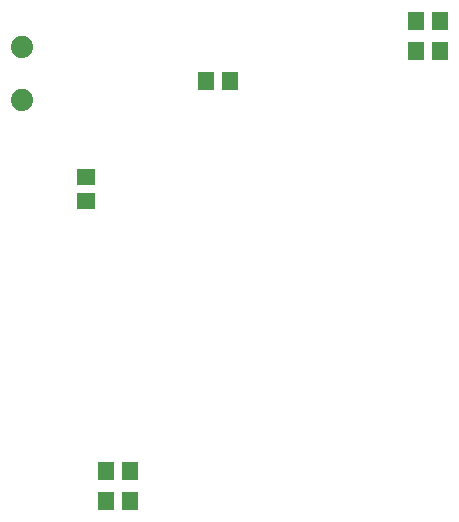
<source format=gtp>
G04 MADE WITH FRITZING*
G04 WWW.FRITZING.ORG*
G04 DOUBLE SIDED*
G04 HOLES PLATED*
G04 CONTOUR ON CENTER OF CONTOUR VECTOR*
%ASAXBY*%
%FSLAX23Y23*%
%MOIN*%
%OFA0B0*%
%SFA1.0B1.0*%
%ADD10C,0.074000*%
%ADD11R,0.055118X0.059055*%
%ADD12R,0.059055X0.055118*%
%LNPASTEMASK1*%
G90*
G70*
G54D10*
X239Y2011D03*
X239Y2189D03*
X239Y2011D03*
X239Y2189D03*
G54D11*
X852Y2076D03*
X933Y2076D03*
X518Y776D03*
X599Y776D03*
X518Y676D03*
X599Y676D03*
G54D12*
X452Y1676D03*
X452Y1756D03*
G54D11*
X1552Y2176D03*
X1633Y2176D03*
X1552Y2276D03*
X1633Y2276D03*
G04 End of PasteMask1*
M02*
</source>
